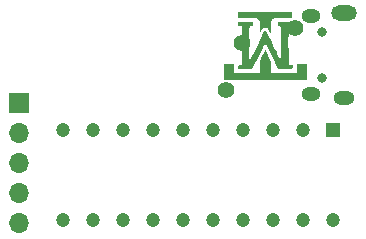
<source format=gbr>
%TF.GenerationSoftware,KiCad,Pcbnew,9.0.3*%
%TF.CreationDate,2025-08-22T13:27:39-06:00*%
%TF.ProjectId,SWAG_BAR_LED_ARM,53574147-5f42-4415-925f-4c45445f4152,rev?*%
%TF.SameCoordinates,Original*%
%TF.FileFunction,Soldermask,Bot*%
%TF.FilePolarity,Negative*%
%FSLAX46Y46*%
G04 Gerber Fmt 4.6, Leading zero omitted, Abs format (unit mm)*
G04 Created by KiCad (PCBNEW 9.0.3) date 2025-08-22 13:27:39*
%MOMM*%
%LPD*%
G01*
G04 APERTURE LIST*
%ADD10C,0.000000*%
%ADD11C,1.400000*%
%ADD12O,0.800000X0.800000*%
%ADD13O,1.800000X1.150000*%
%ADD14O,1.600000X1.200000*%
%ADD15O,2.200000X1.300000*%
%ADD16R,1.700000X1.700000*%
%ADD17O,1.700000X1.700000*%
%ADD18R,1.200000X1.200000*%
%ADD19C,1.200000*%
G04 APERTURE END LIST*
D10*
%TO.C,*%
G36*
X101603484Y-90590333D02*
G01*
X100819584Y-90595096D01*
X100035685Y-90599859D01*
X99963549Y-90641157D01*
X99894516Y-90696021D01*
X99847415Y-90757290D01*
X99803418Y-90832126D01*
X99795123Y-91387906D01*
X99786828Y-91943687D01*
X99685100Y-91752896D01*
X99641924Y-91671512D01*
X99599995Y-91591768D01*
X99564163Y-91522927D01*
X99539654Y-91475006D01*
X99495936Y-91387906D01*
X99133906Y-91387906D01*
X98987539Y-91671976D01*
X98841171Y-91956046D01*
X98824581Y-90832126D01*
X98779192Y-90754914D01*
X98727367Y-90687744D01*
X98658481Y-90640634D01*
X98654763Y-90638781D01*
X98575724Y-90599859D01*
X97024516Y-90590321D01*
X97024516Y-90093850D01*
X101603484Y-90093850D01*
X101603484Y-90590333D01*
G37*
G36*
X99319732Y-93271847D02*
G01*
X99341570Y-93310198D01*
X99373889Y-93371926D01*
X99414983Y-93453654D01*
X99463146Y-93552003D01*
X99516673Y-93663595D01*
X99558709Y-93752661D01*
X99795123Y-94256947D01*
X99795123Y-95253484D01*
X101985064Y-95253484D01*
X101985064Y-94490323D01*
X102797997Y-94490323D01*
X102797997Y-95834150D01*
X95830002Y-95834150D01*
X95830002Y-94490323D01*
X96642935Y-94490323D01*
X96642935Y-95253484D01*
X98832876Y-95253484D01*
X98832876Y-94261818D01*
X99065371Y-93766972D01*
X99121575Y-93647761D01*
X99173621Y-93538163D01*
X99219759Y-93441798D01*
X99258241Y-93362288D01*
X99287319Y-93303255D01*
X99305244Y-93268318D01*
X99310080Y-93260251D01*
X99319732Y-93271847D01*
G37*
G36*
X98252210Y-91217780D02*
G01*
X98168022Y-91225869D01*
X98080360Y-91246321D01*
X98017011Y-91288913D01*
X97976942Y-91354371D01*
X97974228Y-91362045D01*
X97970393Y-91380593D01*
X97967072Y-91412944D01*
X97964245Y-91460881D01*
X97961893Y-91526188D01*
X97959995Y-91610650D01*
X97958531Y-91716051D01*
X97957482Y-91844175D01*
X97956827Y-91996806D01*
X97956547Y-92175728D01*
X97956622Y-92382727D01*
X97957032Y-92619585D01*
X97957637Y-92848709D01*
X97961877Y-94273157D01*
X98591867Y-92988603D01*
X99221856Y-91704048D01*
X99291777Y-91693563D01*
X99339622Y-91688396D01*
X99374393Y-91688198D01*
X99380512Y-91689350D01*
X99390588Y-91704873D01*
X99414112Y-91747967D01*
X99449955Y-91816396D01*
X99496988Y-91907923D01*
X99554081Y-92020314D01*
X99620106Y-92151331D01*
X99693932Y-92298738D01*
X99774432Y-92460300D01*
X99860476Y-92633779D01*
X99950934Y-92816941D01*
X99991249Y-92898814D01*
X100084249Y-93087847D01*
X100173863Y-93269983D01*
X100258888Y-93442777D01*
X100338121Y-93603786D01*
X100410358Y-93750563D01*
X100474396Y-93880666D01*
X100529032Y-93991648D01*
X100573063Y-94081065D01*
X100605285Y-94146473D01*
X100624496Y-94185427D01*
X100627980Y-94192475D01*
X100672789Y-94282942D01*
X100669456Y-92812275D01*
X100668865Y-92557862D01*
X100668285Y-92334544D01*
X100667665Y-92140233D01*
X100666956Y-91972843D01*
X100666106Y-91830288D01*
X100665064Y-91710481D01*
X100663782Y-91611335D01*
X100662207Y-91530764D01*
X100660289Y-91466681D01*
X100657979Y-91417000D01*
X100655224Y-91379634D01*
X100651976Y-91352496D01*
X100648182Y-91333500D01*
X100643794Y-91320560D01*
X100638759Y-91311588D01*
X100633029Y-91304498D01*
X100632942Y-91304400D01*
X100572320Y-91258018D01*
X100494450Y-91228965D01*
X100434389Y-91222002D01*
X100375789Y-91222002D01*
X100375789Y-90906783D01*
X101603484Y-90906783D01*
X101603484Y-91222002D01*
X101532974Y-91222366D01*
X101447636Y-91233860D01*
X101373177Y-91264637D01*
X101317640Y-91310502D01*
X101295597Y-91346177D01*
X101291014Y-91373697D01*
X101286944Y-91431163D01*
X101283379Y-91515705D01*
X101280309Y-91624450D01*
X101277728Y-91754527D01*
X101275625Y-91903064D01*
X101273994Y-92067191D01*
X101272824Y-92244035D01*
X101272107Y-92430725D01*
X101271836Y-92624389D01*
X101272001Y-92822157D01*
X101272595Y-93021155D01*
X101273608Y-93218514D01*
X101275031Y-93411361D01*
X101276858Y-93596825D01*
X101279078Y-93772034D01*
X101281684Y-93934117D01*
X101284666Y-94080202D01*
X101288018Y-94207418D01*
X101291729Y-94312893D01*
X101295791Y-94393757D01*
X101300197Y-94447136D01*
X101304855Y-94470042D01*
X101346446Y-94509834D01*
X101411649Y-94545426D01*
X101490898Y-94572281D01*
X101541866Y-94582408D01*
X101621267Y-94593812D01*
X101616523Y-94745301D01*
X101611779Y-94896789D01*
X100407844Y-94896789D01*
X99866825Y-93772785D01*
X99779823Y-93592336D01*
X99696858Y-93420847D01*
X99619065Y-93260631D01*
X99547580Y-93113997D01*
X99483539Y-92983257D01*
X99428077Y-92870722D01*
X99382329Y-92778704D01*
X99347431Y-92709513D01*
X99324519Y-92665460D01*
X99314728Y-92648856D01*
X99314562Y-92648781D01*
X99305747Y-92663361D01*
X99283742Y-92705559D01*
X99249683Y-92773063D01*
X99204704Y-92863561D01*
X99149939Y-92974742D01*
X99086523Y-93104295D01*
X99015591Y-93249906D01*
X98938278Y-93409265D01*
X98855718Y-93580059D01*
X98769045Y-93759977D01*
X98762886Y-93772785D01*
X98222453Y-94896789D01*
X97016220Y-94896789D01*
X97011481Y-94745664D01*
X97006742Y-94594538D01*
X97083494Y-94584018D01*
X97149988Y-94569774D01*
X97217538Y-94547821D01*
X97230447Y-94542445D01*
X97251463Y-94533759D01*
X97270008Y-94526093D01*
X97286236Y-94517436D01*
X97300301Y-94505777D01*
X97312357Y-94489105D01*
X97322558Y-94465411D01*
X97331058Y-94432682D01*
X97338011Y-94388909D01*
X97343570Y-94332081D01*
X97347891Y-94260188D01*
X97351126Y-94171218D01*
X97353431Y-94063161D01*
X97354958Y-93934006D01*
X97355862Y-93781742D01*
X97356296Y-93604360D01*
X97356416Y-93399848D01*
X97356374Y-93166196D01*
X97356325Y-92901392D01*
X97356325Y-92898746D01*
X97356365Y-92633570D01*
X97356388Y-92399565D01*
X97356247Y-92194719D01*
X97355796Y-92017024D01*
X97354889Y-91864468D01*
X97353379Y-91735041D01*
X97351120Y-91626733D01*
X97347966Y-91537534D01*
X97343770Y-91465432D01*
X97338386Y-91408419D01*
X97331668Y-91364484D01*
X97323469Y-91331616D01*
X97313643Y-91307805D01*
X97302043Y-91291040D01*
X97288524Y-91279313D01*
X97272938Y-91270611D01*
X97255141Y-91262925D01*
X97236669Y-91255015D01*
X97175299Y-91234417D01*
X97110579Y-91223093D01*
X97095025Y-91222366D01*
X97024516Y-91222002D01*
X97024516Y-90906783D01*
X98252210Y-90906783D01*
X98252210Y-91217780D01*
G37*
%TD*%
D11*
%TO.C,TP3*%
X96000000Y-96650000D03*
%TD*%
%TO.C,TP2*%
X101800000Y-91450000D03*
%TD*%
%TO.C,TP1*%
X97300000Y-92700000D03*
%TD*%
D12*
%TO.C,J3*%
X104079000Y-95676000D03*
X104079000Y-91776000D03*
D13*
X105979000Y-97326000D03*
D14*
X103179000Y-97026000D03*
X103179000Y-90426000D03*
D15*
X105979000Y-90126000D03*
%TD*%
D16*
%TO.C,J1*%
X78435200Y-97790000D03*
D17*
X78435200Y-100330000D03*
X78435200Y-102870000D03*
X78435200Y-105410000D03*
X78435200Y-107950000D03*
%TD*%
D18*
%TO.C,BAR1*%
X105048500Y-100056500D03*
D19*
X102508500Y-100056500D03*
X99968500Y-100056500D03*
X97428500Y-100056500D03*
X94888500Y-100056500D03*
X92348500Y-100056500D03*
X89808500Y-100056500D03*
X87268500Y-100056500D03*
X84728500Y-100056500D03*
X82188500Y-100056500D03*
X82188500Y-107676500D03*
X84728500Y-107676500D03*
X87268500Y-107676500D03*
X89808500Y-107676500D03*
X92348500Y-107676500D03*
X94888500Y-107676500D03*
X97428500Y-107676500D03*
X99968500Y-107676500D03*
X102508500Y-107676500D03*
X105048500Y-107676500D03*
%TD*%
M02*

</source>
